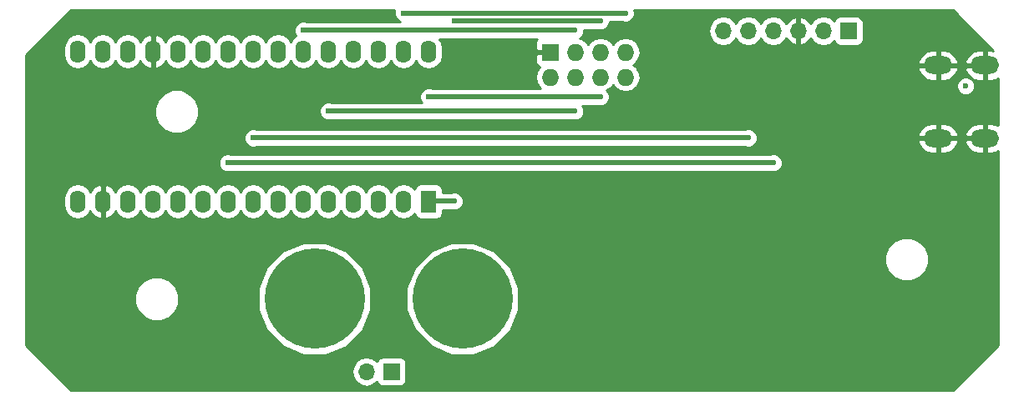
<source format=gtl>
G04 #@! TF.FileFunction,Copper,L1,Top,Signal*
%FSLAX46Y46*%
G04 Gerber Fmt 4.6, Leading zero omitted, Abs format (unit mm)*
G04 Created by KiCad (PCBNEW 4.0.7) date 12/17/17 18:45:42*
%MOMM*%
%LPD*%
G01*
G04 APERTURE LIST*
%ADD10C,0.100000*%
%ADD11O,1.727200X1.727200*%
%ADD12R,1.727200X1.727200*%
%ADD13R,1.700000X1.700000*%
%ADD14O,1.700000X1.700000*%
%ADD15O,2.900000X1.800000*%
%ADD16R,1.574800X2.286000*%
%ADD17O,1.574800X2.286000*%
%ADD18C,10.160000*%
%ADD19C,0.600000*%
%ADD20C,0.500000*%
%ADD21C,0.254000*%
G04 APERTURE END LIST*
D10*
D11*
X111500000Y-54960000D03*
X111500000Y-57500000D03*
X108960000Y-54960000D03*
X108960000Y-57500000D03*
X106420000Y-54960000D03*
X106420000Y-57500000D03*
D12*
X103880000Y-54960000D03*
D11*
X103880000Y-57500000D03*
D13*
X134120000Y-52800000D03*
D14*
X131580000Y-52800000D03*
X129040000Y-52800000D03*
X126500000Y-52800000D03*
X123960000Y-52800000D03*
X121420000Y-52800000D03*
D15*
X143200000Y-56300000D03*
X143200000Y-63700000D03*
X147950000Y-63700000D03*
X147950000Y-56300000D03*
D16*
X91550000Y-70120000D03*
D17*
X89010000Y-70120000D03*
X86470000Y-70120000D03*
X83930000Y-70120000D03*
X81390000Y-70120000D03*
X78850000Y-70120000D03*
X76310000Y-70120000D03*
X73770000Y-70120000D03*
X71230000Y-70120000D03*
X68690000Y-70120000D03*
X66150000Y-70120000D03*
X63610000Y-70120000D03*
X61070000Y-70120000D03*
X58530000Y-70120000D03*
X55990000Y-70120000D03*
X55990000Y-54880000D03*
X58530000Y-54880000D03*
X61070000Y-54880000D03*
X63610000Y-54880000D03*
X66150000Y-54880000D03*
X68690000Y-54880000D03*
X71230000Y-54880000D03*
X73770000Y-54880000D03*
X76310000Y-54880000D03*
X78850000Y-54880000D03*
X81390000Y-54880000D03*
X83930000Y-54880000D03*
X86470000Y-54880000D03*
X89010000Y-54880000D03*
X91550000Y-54880000D03*
D18*
X95000000Y-80000000D03*
X80000000Y-80000000D03*
D13*
X87800000Y-87400000D03*
D14*
X85260000Y-87400000D03*
D19*
X146000000Y-61600000D03*
X143200000Y-63700000D03*
X89000000Y-51000000D03*
X111500000Y-51000000D03*
X94150000Y-51800000D03*
X108950000Y-51800000D03*
X94175000Y-70100000D03*
X91575000Y-59475000D03*
X108950000Y-59500000D03*
X106400000Y-52750000D03*
X78850000Y-52750000D03*
X81400000Y-60950000D03*
X106400000Y-60950000D03*
X71200000Y-66200000D03*
X126500000Y-66200000D03*
X123950000Y-63675000D03*
X73800000Y-63675000D03*
X146000000Y-58400000D03*
D20*
X111500000Y-51000000D02*
X89000000Y-51000000D01*
X89010000Y-54524400D02*
X89010000Y-54880000D01*
X108950000Y-51800000D02*
X94150000Y-51800000D01*
X94175000Y-70100000D02*
X91570000Y-70100000D01*
X91570000Y-70100000D02*
X91550000Y-70120000D01*
X108950000Y-59500000D02*
X91600000Y-59500000D01*
X91600000Y-59500000D02*
X91575000Y-59475000D01*
X106400000Y-52750000D02*
X105975736Y-52750000D01*
X105975736Y-52750000D02*
X78850000Y-52750000D01*
X106400000Y-60950000D02*
X81400000Y-60950000D01*
X126500000Y-66200000D02*
X71200000Y-66200000D01*
X123950000Y-63675000D02*
X73800000Y-63675000D01*
D21*
G36*
X88065162Y-50813201D02*
X88064838Y-51185167D01*
X88206883Y-51528943D01*
X88469673Y-51792192D01*
X88645013Y-51865000D01*
X79156822Y-51865000D01*
X79036799Y-51815162D01*
X78664833Y-51814838D01*
X78321057Y-51956883D01*
X78057808Y-52219673D01*
X77915162Y-52563201D01*
X77914838Y-52935167D01*
X78056883Y-53278943D01*
X78094449Y-53316575D01*
X77844211Y-53483778D01*
X77580000Y-53879199D01*
X77315789Y-53483778D01*
X76854329Y-53175441D01*
X76310000Y-53067167D01*
X75765671Y-53175441D01*
X75304211Y-53483778D01*
X75040000Y-53879199D01*
X74775789Y-53483778D01*
X74314329Y-53175441D01*
X73770000Y-53067167D01*
X73225671Y-53175441D01*
X72764211Y-53483778D01*
X72500000Y-53879199D01*
X72235789Y-53483778D01*
X71774329Y-53175441D01*
X71230000Y-53067167D01*
X70685671Y-53175441D01*
X70224211Y-53483778D01*
X69960000Y-53879199D01*
X69695789Y-53483778D01*
X69234329Y-53175441D01*
X68690000Y-53067167D01*
X68145671Y-53175441D01*
X67684211Y-53483778D01*
X67420000Y-53879199D01*
X67155789Y-53483778D01*
X66694329Y-53175441D01*
X66150000Y-53067167D01*
X65605671Y-53175441D01*
X65144211Y-53483778D01*
X64880246Y-53878830D01*
X64875525Y-53862738D01*
X64525986Y-53428809D01*
X64036996Y-53161673D01*
X63957060Y-53144990D01*
X63737000Y-53267148D01*
X63737000Y-54753000D01*
X63757000Y-54753000D01*
X63757000Y-55007000D01*
X63737000Y-55007000D01*
X63737000Y-56492852D01*
X63957060Y-56615010D01*
X64036996Y-56598327D01*
X64525986Y-56331191D01*
X64875525Y-55897262D01*
X64880246Y-55881170D01*
X65144211Y-56276222D01*
X65605671Y-56584559D01*
X66150000Y-56692833D01*
X66694329Y-56584559D01*
X67155789Y-56276222D01*
X67420000Y-55880801D01*
X67684211Y-56276222D01*
X68145671Y-56584559D01*
X68690000Y-56692833D01*
X69234329Y-56584559D01*
X69695789Y-56276222D01*
X69960000Y-55880801D01*
X70224211Y-56276222D01*
X70685671Y-56584559D01*
X71230000Y-56692833D01*
X71774329Y-56584559D01*
X72235789Y-56276222D01*
X72500000Y-55880801D01*
X72764211Y-56276222D01*
X73225671Y-56584559D01*
X73770000Y-56692833D01*
X74314329Y-56584559D01*
X74775789Y-56276222D01*
X75040000Y-55880801D01*
X75304211Y-56276222D01*
X75765671Y-56584559D01*
X76310000Y-56692833D01*
X76854329Y-56584559D01*
X77315789Y-56276222D01*
X77580000Y-55880801D01*
X77844211Y-56276222D01*
X78305671Y-56584559D01*
X78850000Y-56692833D01*
X79394329Y-56584559D01*
X79855789Y-56276222D01*
X80120000Y-55880801D01*
X80384211Y-56276222D01*
X80845671Y-56584559D01*
X81390000Y-56692833D01*
X81934329Y-56584559D01*
X82395789Y-56276222D01*
X82660000Y-55880801D01*
X82924211Y-56276222D01*
X83385671Y-56584559D01*
X83930000Y-56692833D01*
X84474329Y-56584559D01*
X84935789Y-56276222D01*
X85200000Y-55880801D01*
X85464211Y-56276222D01*
X85925671Y-56584559D01*
X86470000Y-56692833D01*
X87014329Y-56584559D01*
X87475789Y-56276222D01*
X87740000Y-55880801D01*
X88004211Y-56276222D01*
X88465671Y-56584559D01*
X89010000Y-56692833D01*
X89554329Y-56584559D01*
X90015789Y-56276222D01*
X90280000Y-55880801D01*
X90544211Y-56276222D01*
X91005671Y-56584559D01*
X91550000Y-56692833D01*
X92094329Y-56584559D01*
X92555789Y-56276222D01*
X92864126Y-55814762D01*
X92972400Y-55270433D01*
X92972400Y-54489567D01*
X92864126Y-53945238D01*
X92656832Y-53635000D01*
X102579775Y-53635000D01*
X102478073Y-53736701D01*
X102381400Y-53970090D01*
X102381400Y-54674250D01*
X102540150Y-54833000D01*
X103753000Y-54833000D01*
X103753000Y-54813000D01*
X104007000Y-54813000D01*
X104007000Y-54833000D01*
X104027000Y-54833000D01*
X104027000Y-55087000D01*
X104007000Y-55087000D01*
X104007000Y-55107000D01*
X103753000Y-55107000D01*
X103753000Y-55087000D01*
X102540150Y-55087000D01*
X102381400Y-55245750D01*
X102381400Y-55949910D01*
X102478073Y-56183299D01*
X102656702Y-56361927D01*
X102812023Y-56426263D01*
X102790971Y-56440330D01*
X102466115Y-56926511D01*
X102352041Y-57500000D01*
X102466115Y-58073489D01*
X102790971Y-58559670D01*
X102873778Y-58615000D01*
X91942028Y-58615000D01*
X91761799Y-58540162D01*
X91389833Y-58539838D01*
X91046057Y-58681883D01*
X90782808Y-58944673D01*
X90640162Y-59288201D01*
X90639838Y-59660167D01*
X90781883Y-60003943D01*
X90842834Y-60065000D01*
X81706822Y-60065000D01*
X81586799Y-60015162D01*
X81214833Y-60014838D01*
X80871057Y-60156883D01*
X80607808Y-60419673D01*
X80465162Y-60763201D01*
X80464838Y-61135167D01*
X80606883Y-61478943D01*
X80869673Y-61742192D01*
X81213201Y-61884838D01*
X81585167Y-61885162D01*
X81706569Y-61835000D01*
X106093178Y-61835000D01*
X106213201Y-61884838D01*
X106585167Y-61885162D01*
X106928943Y-61743117D01*
X107192192Y-61480327D01*
X107334838Y-61136799D01*
X107335162Y-60764833D01*
X107193117Y-60421057D01*
X107157123Y-60385000D01*
X108643178Y-60385000D01*
X108763201Y-60434838D01*
X109135167Y-60435162D01*
X109478943Y-60293117D01*
X109742192Y-60030327D01*
X109884838Y-59686799D01*
X109885162Y-59314833D01*
X109743117Y-58971057D01*
X109619170Y-58846893D01*
X110049029Y-58559670D01*
X110230000Y-58288828D01*
X110410971Y-58559670D01*
X110897152Y-58884526D01*
X111470641Y-58998600D01*
X111529359Y-58998600D01*
X112102848Y-58884526D01*
X112550870Y-58585167D01*
X145064838Y-58585167D01*
X145206883Y-58928943D01*
X145469673Y-59192192D01*
X145813201Y-59334838D01*
X146185167Y-59335162D01*
X146528943Y-59193117D01*
X146792192Y-58930327D01*
X146934838Y-58586799D01*
X146935162Y-58214833D01*
X146793117Y-57871057D01*
X146530327Y-57607808D01*
X146186799Y-57465162D01*
X145814833Y-57464838D01*
X145471057Y-57606883D01*
X145207808Y-57869673D01*
X145065162Y-58213201D01*
X145064838Y-58585167D01*
X112550870Y-58585167D01*
X112589029Y-58559670D01*
X112913885Y-58073489D01*
X113027959Y-57500000D01*
X112913885Y-56926511D01*
X112738976Y-56664740D01*
X141158964Y-56664740D01*
X141183244Y-56770086D01*
X141474788Y-57295606D01*
X141945248Y-57669554D01*
X142523000Y-57835000D01*
X143073000Y-57835000D01*
X143073000Y-56427000D01*
X143327000Y-56427000D01*
X143327000Y-57835000D01*
X143877000Y-57835000D01*
X144454752Y-57669554D01*
X144925212Y-57295606D01*
X145216756Y-56770086D01*
X145241036Y-56664740D01*
X145908964Y-56664740D01*
X145933244Y-56770086D01*
X146224788Y-57295606D01*
X146695248Y-57669554D01*
X147273000Y-57835000D01*
X147823000Y-57835000D01*
X147823000Y-56427000D01*
X146029622Y-56427000D01*
X145908964Y-56664740D01*
X145241036Y-56664740D01*
X145120378Y-56427000D01*
X143327000Y-56427000D01*
X143073000Y-56427000D01*
X141279622Y-56427000D01*
X141158964Y-56664740D01*
X112738976Y-56664740D01*
X112589029Y-56440330D01*
X112274248Y-56230000D01*
X112589029Y-56019670D01*
X112645430Y-55935260D01*
X141158964Y-55935260D01*
X141279622Y-56173000D01*
X143073000Y-56173000D01*
X143073000Y-54765000D01*
X143327000Y-54765000D01*
X143327000Y-56173000D01*
X145120378Y-56173000D01*
X145241036Y-55935260D01*
X145908964Y-55935260D01*
X146029622Y-56173000D01*
X147823000Y-56173000D01*
X147823000Y-54765000D01*
X147273000Y-54765000D01*
X146695248Y-54930446D01*
X146224788Y-55304394D01*
X145933244Y-55829914D01*
X145908964Y-55935260D01*
X145241036Y-55935260D01*
X145216756Y-55829914D01*
X144925212Y-55304394D01*
X144454752Y-54930446D01*
X143877000Y-54765000D01*
X143327000Y-54765000D01*
X143073000Y-54765000D01*
X142523000Y-54765000D01*
X141945248Y-54930446D01*
X141474788Y-55304394D01*
X141183244Y-55829914D01*
X141158964Y-55935260D01*
X112645430Y-55935260D01*
X112913885Y-55533489D01*
X113027959Y-54960000D01*
X112913885Y-54386511D01*
X112589029Y-53900330D01*
X112102848Y-53575474D01*
X111529359Y-53461400D01*
X111470641Y-53461400D01*
X110897152Y-53575474D01*
X110410971Y-53900330D01*
X110230000Y-54171172D01*
X110049029Y-53900330D01*
X109562848Y-53575474D01*
X108989359Y-53461400D01*
X108930641Y-53461400D01*
X108357152Y-53575474D01*
X107870971Y-53900330D01*
X107690000Y-54171172D01*
X107509029Y-53900330D01*
X107022848Y-53575474D01*
X106906597Y-53552350D01*
X106928943Y-53543117D01*
X107192192Y-53280327D01*
X107334838Y-52936799D01*
X107334982Y-52770907D01*
X119935000Y-52770907D01*
X119935000Y-52829093D01*
X120048039Y-53397378D01*
X120369946Y-53879147D01*
X120851715Y-54201054D01*
X121420000Y-54314093D01*
X121988285Y-54201054D01*
X122470054Y-53879147D01*
X122690000Y-53549974D01*
X122909946Y-53879147D01*
X123391715Y-54201054D01*
X123960000Y-54314093D01*
X124528285Y-54201054D01*
X125010054Y-53879147D01*
X125230000Y-53549974D01*
X125449946Y-53879147D01*
X125931715Y-54201054D01*
X126500000Y-54314093D01*
X127068285Y-54201054D01*
X127550054Y-53879147D01*
X127777702Y-53538447D01*
X127844817Y-53681358D01*
X128273076Y-54071645D01*
X128683110Y-54241476D01*
X128913000Y-54120155D01*
X128913000Y-52927000D01*
X128893000Y-52927000D01*
X128893000Y-52673000D01*
X128913000Y-52673000D01*
X128913000Y-51479845D01*
X129167000Y-51479845D01*
X129167000Y-52673000D01*
X129187000Y-52673000D01*
X129187000Y-52927000D01*
X129167000Y-52927000D01*
X129167000Y-54120155D01*
X129396890Y-54241476D01*
X129806924Y-54071645D01*
X130235183Y-53681358D01*
X130302298Y-53538447D01*
X130529946Y-53879147D01*
X131011715Y-54201054D01*
X131580000Y-54314093D01*
X132148285Y-54201054D01*
X132630054Y-53879147D01*
X132657850Y-53837548D01*
X132666838Y-53885317D01*
X132805910Y-54101441D01*
X133018110Y-54246431D01*
X133270000Y-54297440D01*
X134970000Y-54297440D01*
X135205317Y-54253162D01*
X135421441Y-54114090D01*
X135566431Y-53901890D01*
X135617440Y-53650000D01*
X135617440Y-51950000D01*
X135573162Y-51714683D01*
X135434090Y-51498559D01*
X135221890Y-51353569D01*
X134970000Y-51302560D01*
X133270000Y-51302560D01*
X133034683Y-51346838D01*
X132818559Y-51485910D01*
X132673569Y-51698110D01*
X132659914Y-51765541D01*
X132630054Y-51720853D01*
X132148285Y-51398946D01*
X131580000Y-51285907D01*
X131011715Y-51398946D01*
X130529946Y-51720853D01*
X130302298Y-52061553D01*
X130235183Y-51918642D01*
X129806924Y-51528355D01*
X129396890Y-51358524D01*
X129167000Y-51479845D01*
X128913000Y-51479845D01*
X128683110Y-51358524D01*
X128273076Y-51528355D01*
X127844817Y-51918642D01*
X127777702Y-52061553D01*
X127550054Y-51720853D01*
X127068285Y-51398946D01*
X126500000Y-51285907D01*
X125931715Y-51398946D01*
X125449946Y-51720853D01*
X125230000Y-52050026D01*
X125010054Y-51720853D01*
X124528285Y-51398946D01*
X123960000Y-51285907D01*
X123391715Y-51398946D01*
X122909946Y-51720853D01*
X122690000Y-52050026D01*
X122470054Y-51720853D01*
X121988285Y-51398946D01*
X121420000Y-51285907D01*
X120851715Y-51398946D01*
X120369946Y-51720853D01*
X120048039Y-52202622D01*
X119935000Y-52770907D01*
X107334982Y-52770907D01*
X107335057Y-52685000D01*
X108643178Y-52685000D01*
X108763201Y-52734838D01*
X109135167Y-52735162D01*
X109478943Y-52593117D01*
X109742192Y-52330327D01*
X109884838Y-51986799D01*
X109884927Y-51885000D01*
X111193178Y-51885000D01*
X111313201Y-51934838D01*
X111685167Y-51935162D01*
X112028943Y-51793117D01*
X112292192Y-51530327D01*
X112434838Y-51186799D01*
X112435162Y-50814833D01*
X112391846Y-50710000D01*
X144705908Y-50710000D01*
X148814641Y-54818733D01*
X148627000Y-54765000D01*
X148077000Y-54765000D01*
X148077000Y-56173000D01*
X148097000Y-56173000D01*
X148097000Y-56427000D01*
X148077000Y-56427000D01*
X148077000Y-57835000D01*
X148627000Y-57835000D01*
X149204752Y-57669554D01*
X149290000Y-57601794D01*
X149290000Y-62398206D01*
X149204752Y-62330446D01*
X148627000Y-62165000D01*
X148077000Y-62165000D01*
X148077000Y-63573000D01*
X148097000Y-63573000D01*
X148097000Y-63827000D01*
X148077000Y-63827000D01*
X148077000Y-65235000D01*
X148627000Y-65235000D01*
X149204752Y-65069554D01*
X149290000Y-65001794D01*
X149290000Y-84705908D01*
X144705908Y-89290000D01*
X55294092Y-89290000D01*
X53374999Y-87370907D01*
X83775000Y-87370907D01*
X83775000Y-87429093D01*
X83888039Y-87997378D01*
X84209946Y-88479147D01*
X84691715Y-88801054D01*
X85260000Y-88914093D01*
X85828285Y-88801054D01*
X86310054Y-88479147D01*
X86337850Y-88437548D01*
X86346838Y-88485317D01*
X86485910Y-88701441D01*
X86698110Y-88846431D01*
X86950000Y-88897440D01*
X88650000Y-88897440D01*
X88885317Y-88853162D01*
X89101441Y-88714090D01*
X89246431Y-88501890D01*
X89297440Y-88250000D01*
X89297440Y-86550000D01*
X89253162Y-86314683D01*
X89114090Y-86098559D01*
X88901890Y-85953569D01*
X88650000Y-85902560D01*
X86950000Y-85902560D01*
X86714683Y-85946838D01*
X86498559Y-86085910D01*
X86353569Y-86298110D01*
X86339914Y-86365541D01*
X86310054Y-86320853D01*
X85828285Y-85998946D01*
X85260000Y-85885907D01*
X84691715Y-85998946D01*
X84209946Y-86320853D01*
X83888039Y-86802622D01*
X83775000Y-87370907D01*
X53374999Y-87370907D01*
X50710000Y-84705908D01*
X50710000Y-80442619D01*
X61764613Y-80442619D01*
X62104155Y-81264372D01*
X62732321Y-81893636D01*
X63553481Y-82234611D01*
X64442619Y-82235387D01*
X65264372Y-81895845D01*
X65893636Y-81267679D01*
X65950059Y-81131796D01*
X74284011Y-81131796D01*
X75152234Y-83233058D01*
X76758486Y-84842116D01*
X78858229Y-85714005D01*
X81131796Y-85715989D01*
X83233058Y-84847766D01*
X84842116Y-83241514D01*
X85714005Y-81141771D01*
X85714013Y-81131796D01*
X89284011Y-81131796D01*
X90152234Y-83233058D01*
X91758486Y-84842116D01*
X93858229Y-85714005D01*
X96131796Y-85715989D01*
X98233058Y-84847766D01*
X99842116Y-83241514D01*
X100714005Y-81141771D01*
X100715989Y-78868204D01*
X99847766Y-76766942D01*
X99524009Y-76442619D01*
X137764613Y-76442619D01*
X138104155Y-77264372D01*
X138732321Y-77893636D01*
X139553481Y-78234611D01*
X140442619Y-78235387D01*
X141264372Y-77895845D01*
X141893636Y-77267679D01*
X142234611Y-76446519D01*
X142235387Y-75557381D01*
X141895845Y-74735628D01*
X141267679Y-74106364D01*
X140446519Y-73765389D01*
X139557381Y-73764613D01*
X138735628Y-74104155D01*
X138106364Y-74732321D01*
X137765389Y-75553481D01*
X137764613Y-76442619D01*
X99524009Y-76442619D01*
X98241514Y-75157884D01*
X96141771Y-74285995D01*
X93868204Y-74284011D01*
X91766942Y-75152234D01*
X90157884Y-76758486D01*
X89285995Y-78858229D01*
X89284011Y-81131796D01*
X85714013Y-81131796D01*
X85715989Y-78868204D01*
X84847766Y-76766942D01*
X83241514Y-75157884D01*
X81141771Y-74285995D01*
X78868204Y-74284011D01*
X76766942Y-75152234D01*
X75157884Y-76758486D01*
X74285995Y-78858229D01*
X74284011Y-81131796D01*
X65950059Y-81131796D01*
X66234611Y-80446519D01*
X66235387Y-79557381D01*
X65895845Y-78735628D01*
X65267679Y-78106364D01*
X64446519Y-77765389D01*
X63557381Y-77764613D01*
X62735628Y-78104155D01*
X62106364Y-78732321D01*
X61765389Y-79553481D01*
X61764613Y-80442619D01*
X50710000Y-80442619D01*
X50710000Y-69729567D01*
X54567600Y-69729567D01*
X54567600Y-70510433D01*
X54675874Y-71054762D01*
X54984211Y-71516222D01*
X55445671Y-71824559D01*
X55990000Y-71932833D01*
X56534329Y-71824559D01*
X56995789Y-71516222D01*
X57259754Y-71121170D01*
X57264475Y-71137262D01*
X57614014Y-71571191D01*
X58103004Y-71838327D01*
X58182940Y-71855010D01*
X58403000Y-71732852D01*
X58403000Y-70247000D01*
X58383000Y-70247000D01*
X58383000Y-69993000D01*
X58403000Y-69993000D01*
X58403000Y-68507148D01*
X58657000Y-68507148D01*
X58657000Y-69993000D01*
X58677000Y-69993000D01*
X58677000Y-70247000D01*
X58657000Y-70247000D01*
X58657000Y-71732852D01*
X58877060Y-71855010D01*
X58956996Y-71838327D01*
X59445986Y-71571191D01*
X59795525Y-71137262D01*
X59800246Y-71121170D01*
X60064211Y-71516222D01*
X60525671Y-71824559D01*
X61070000Y-71932833D01*
X61614329Y-71824559D01*
X62075789Y-71516222D01*
X62340000Y-71120801D01*
X62604211Y-71516222D01*
X63065671Y-71824559D01*
X63610000Y-71932833D01*
X64154329Y-71824559D01*
X64615789Y-71516222D01*
X64880000Y-71120801D01*
X65144211Y-71516222D01*
X65605671Y-71824559D01*
X66150000Y-71932833D01*
X66694329Y-71824559D01*
X67155789Y-71516222D01*
X67420000Y-71120801D01*
X67684211Y-71516222D01*
X68145671Y-71824559D01*
X68690000Y-71932833D01*
X69234329Y-71824559D01*
X69695789Y-71516222D01*
X69960000Y-71120801D01*
X70224211Y-71516222D01*
X70685671Y-71824559D01*
X71230000Y-71932833D01*
X71774329Y-71824559D01*
X72235789Y-71516222D01*
X72500000Y-71120801D01*
X72764211Y-71516222D01*
X73225671Y-71824559D01*
X73770000Y-71932833D01*
X74314329Y-71824559D01*
X74775789Y-71516222D01*
X75040000Y-71120801D01*
X75304211Y-71516222D01*
X75765671Y-71824559D01*
X76310000Y-71932833D01*
X76854329Y-71824559D01*
X77315789Y-71516222D01*
X77580000Y-71120801D01*
X77844211Y-71516222D01*
X78305671Y-71824559D01*
X78850000Y-71932833D01*
X79394329Y-71824559D01*
X79855789Y-71516222D01*
X80120000Y-71120801D01*
X80384211Y-71516222D01*
X80845671Y-71824559D01*
X81390000Y-71932833D01*
X81934329Y-71824559D01*
X82395789Y-71516222D01*
X82660000Y-71120801D01*
X82924211Y-71516222D01*
X83385671Y-71824559D01*
X83930000Y-71932833D01*
X84474329Y-71824559D01*
X84935789Y-71516222D01*
X85200000Y-71120801D01*
X85464211Y-71516222D01*
X85925671Y-71824559D01*
X86470000Y-71932833D01*
X87014329Y-71824559D01*
X87475789Y-71516222D01*
X87740000Y-71120801D01*
X88004211Y-71516222D01*
X88465671Y-71824559D01*
X89010000Y-71932833D01*
X89554329Y-71824559D01*
X90015789Y-71516222D01*
X90130503Y-71344540D01*
X90159438Y-71498317D01*
X90298510Y-71714441D01*
X90510710Y-71859431D01*
X90762600Y-71910440D01*
X92337400Y-71910440D01*
X92572717Y-71866162D01*
X92788841Y-71727090D01*
X92933831Y-71514890D01*
X92984840Y-71263000D01*
X92984840Y-70985000D01*
X93868178Y-70985000D01*
X93988201Y-71034838D01*
X94360167Y-71035162D01*
X94703943Y-70893117D01*
X94967192Y-70630327D01*
X95109838Y-70286799D01*
X95110162Y-69914833D01*
X94968117Y-69571057D01*
X94705327Y-69307808D01*
X94361799Y-69165162D01*
X93989833Y-69164838D01*
X93868431Y-69215000D01*
X92984840Y-69215000D01*
X92984840Y-68977000D01*
X92940562Y-68741683D01*
X92801490Y-68525559D01*
X92589290Y-68380569D01*
X92337400Y-68329560D01*
X90762600Y-68329560D01*
X90527283Y-68373838D01*
X90311159Y-68512910D01*
X90166169Y-68725110D01*
X90131400Y-68896803D01*
X90015789Y-68723778D01*
X89554329Y-68415441D01*
X89010000Y-68307167D01*
X88465671Y-68415441D01*
X88004211Y-68723778D01*
X87740000Y-69119199D01*
X87475789Y-68723778D01*
X87014329Y-68415441D01*
X86470000Y-68307167D01*
X85925671Y-68415441D01*
X85464211Y-68723778D01*
X85200000Y-69119199D01*
X84935789Y-68723778D01*
X84474329Y-68415441D01*
X83930000Y-68307167D01*
X83385671Y-68415441D01*
X82924211Y-68723778D01*
X82660000Y-69119199D01*
X82395789Y-68723778D01*
X81934329Y-68415441D01*
X81390000Y-68307167D01*
X80845671Y-68415441D01*
X80384211Y-68723778D01*
X80120000Y-69119199D01*
X79855789Y-68723778D01*
X79394329Y-68415441D01*
X78850000Y-68307167D01*
X78305671Y-68415441D01*
X77844211Y-68723778D01*
X77580000Y-69119199D01*
X77315789Y-68723778D01*
X76854329Y-68415441D01*
X76310000Y-68307167D01*
X75765671Y-68415441D01*
X75304211Y-68723778D01*
X75040000Y-69119199D01*
X74775789Y-68723778D01*
X74314329Y-68415441D01*
X73770000Y-68307167D01*
X73225671Y-68415441D01*
X72764211Y-68723778D01*
X72500000Y-69119199D01*
X72235789Y-68723778D01*
X71774329Y-68415441D01*
X71230000Y-68307167D01*
X70685671Y-68415441D01*
X70224211Y-68723778D01*
X69960000Y-69119199D01*
X69695789Y-68723778D01*
X69234329Y-68415441D01*
X68690000Y-68307167D01*
X68145671Y-68415441D01*
X67684211Y-68723778D01*
X67420000Y-69119199D01*
X67155789Y-68723778D01*
X66694329Y-68415441D01*
X66150000Y-68307167D01*
X65605671Y-68415441D01*
X65144211Y-68723778D01*
X64880000Y-69119199D01*
X64615789Y-68723778D01*
X64154329Y-68415441D01*
X63610000Y-68307167D01*
X63065671Y-68415441D01*
X62604211Y-68723778D01*
X62340000Y-69119199D01*
X62075789Y-68723778D01*
X61614329Y-68415441D01*
X61070000Y-68307167D01*
X60525671Y-68415441D01*
X60064211Y-68723778D01*
X59800246Y-69118830D01*
X59795525Y-69102738D01*
X59445986Y-68668809D01*
X58956996Y-68401673D01*
X58877060Y-68384990D01*
X58657000Y-68507148D01*
X58403000Y-68507148D01*
X58182940Y-68384990D01*
X58103004Y-68401673D01*
X57614014Y-68668809D01*
X57264475Y-69102738D01*
X57259754Y-69118830D01*
X56995789Y-68723778D01*
X56534329Y-68415441D01*
X55990000Y-68307167D01*
X55445671Y-68415441D01*
X54984211Y-68723778D01*
X54675874Y-69185238D01*
X54567600Y-69729567D01*
X50710000Y-69729567D01*
X50710000Y-66385167D01*
X70264838Y-66385167D01*
X70406883Y-66728943D01*
X70669673Y-66992192D01*
X71013201Y-67134838D01*
X71385167Y-67135162D01*
X71506569Y-67085000D01*
X126193178Y-67085000D01*
X126313201Y-67134838D01*
X126685167Y-67135162D01*
X127028943Y-66993117D01*
X127292192Y-66730327D01*
X127434838Y-66386799D01*
X127435162Y-66014833D01*
X127293117Y-65671057D01*
X127030327Y-65407808D01*
X126686799Y-65265162D01*
X126314833Y-65264838D01*
X126193431Y-65315000D01*
X71506822Y-65315000D01*
X71386799Y-65265162D01*
X71014833Y-65264838D01*
X70671057Y-65406883D01*
X70407808Y-65669673D01*
X70265162Y-66013201D01*
X70264838Y-66385167D01*
X50710000Y-66385167D01*
X50710000Y-63860167D01*
X72864838Y-63860167D01*
X73006883Y-64203943D01*
X73269673Y-64467192D01*
X73613201Y-64609838D01*
X73985167Y-64610162D01*
X74106569Y-64560000D01*
X123643178Y-64560000D01*
X123763201Y-64609838D01*
X124135167Y-64610162D01*
X124478943Y-64468117D01*
X124742192Y-64205327D01*
X124800569Y-64064740D01*
X141158964Y-64064740D01*
X141183244Y-64170086D01*
X141474788Y-64695606D01*
X141945248Y-65069554D01*
X142523000Y-65235000D01*
X143073000Y-65235000D01*
X143073000Y-63827000D01*
X143327000Y-63827000D01*
X143327000Y-65235000D01*
X143877000Y-65235000D01*
X144454752Y-65069554D01*
X144925212Y-64695606D01*
X145216756Y-64170086D01*
X145241036Y-64064740D01*
X145908964Y-64064740D01*
X145933244Y-64170086D01*
X146224788Y-64695606D01*
X146695248Y-65069554D01*
X147273000Y-65235000D01*
X147823000Y-65235000D01*
X147823000Y-63827000D01*
X146029622Y-63827000D01*
X145908964Y-64064740D01*
X145241036Y-64064740D01*
X145120378Y-63827000D01*
X143327000Y-63827000D01*
X143073000Y-63827000D01*
X141279622Y-63827000D01*
X141158964Y-64064740D01*
X124800569Y-64064740D01*
X124884838Y-63861799D01*
X124885162Y-63489833D01*
X124821294Y-63335260D01*
X141158964Y-63335260D01*
X141279622Y-63573000D01*
X143073000Y-63573000D01*
X143073000Y-62165000D01*
X143327000Y-62165000D01*
X143327000Y-63573000D01*
X145120378Y-63573000D01*
X145241036Y-63335260D01*
X145908964Y-63335260D01*
X146029622Y-63573000D01*
X147823000Y-63573000D01*
X147823000Y-62165000D01*
X147273000Y-62165000D01*
X146695248Y-62330446D01*
X146224788Y-62704394D01*
X145933244Y-63229914D01*
X145908964Y-63335260D01*
X145241036Y-63335260D01*
X145216756Y-63229914D01*
X144925212Y-62704394D01*
X144454752Y-62330446D01*
X143877000Y-62165000D01*
X143327000Y-62165000D01*
X143073000Y-62165000D01*
X142523000Y-62165000D01*
X141945248Y-62330446D01*
X141474788Y-62704394D01*
X141183244Y-63229914D01*
X141158964Y-63335260D01*
X124821294Y-63335260D01*
X124743117Y-63146057D01*
X124480327Y-62882808D01*
X124136799Y-62740162D01*
X123764833Y-62739838D01*
X123643431Y-62790000D01*
X74106822Y-62790000D01*
X73986799Y-62740162D01*
X73614833Y-62739838D01*
X73271057Y-62881883D01*
X73007808Y-63144673D01*
X72865162Y-63488201D01*
X72864838Y-63860167D01*
X50710000Y-63860167D01*
X50710000Y-61442619D01*
X63764613Y-61442619D01*
X64104155Y-62264372D01*
X64732321Y-62893636D01*
X65553481Y-63234611D01*
X66442619Y-63235387D01*
X67264372Y-62895845D01*
X67893636Y-62267679D01*
X68234611Y-61446519D01*
X68235387Y-60557381D01*
X67895845Y-59735628D01*
X67267679Y-59106364D01*
X66446519Y-58765389D01*
X65557381Y-58764613D01*
X64735628Y-59104155D01*
X64106364Y-59732321D01*
X63765389Y-60553481D01*
X63764613Y-61442619D01*
X50710000Y-61442619D01*
X50710000Y-55294092D01*
X51514525Y-54489567D01*
X54567600Y-54489567D01*
X54567600Y-55270433D01*
X54675874Y-55814762D01*
X54984211Y-56276222D01*
X55445671Y-56584559D01*
X55990000Y-56692833D01*
X56534329Y-56584559D01*
X56995789Y-56276222D01*
X57260000Y-55880801D01*
X57524211Y-56276222D01*
X57985671Y-56584559D01*
X58530000Y-56692833D01*
X59074329Y-56584559D01*
X59535789Y-56276222D01*
X59800000Y-55880801D01*
X60064211Y-56276222D01*
X60525671Y-56584559D01*
X61070000Y-56692833D01*
X61614329Y-56584559D01*
X62075789Y-56276222D01*
X62339754Y-55881170D01*
X62344475Y-55897262D01*
X62694014Y-56331191D01*
X63183004Y-56598327D01*
X63262940Y-56615010D01*
X63483000Y-56492852D01*
X63483000Y-55007000D01*
X63463000Y-55007000D01*
X63463000Y-54753000D01*
X63483000Y-54753000D01*
X63483000Y-53267148D01*
X63262940Y-53144990D01*
X63183004Y-53161673D01*
X62694014Y-53428809D01*
X62344475Y-53862738D01*
X62339754Y-53878830D01*
X62075789Y-53483778D01*
X61614329Y-53175441D01*
X61070000Y-53067167D01*
X60525671Y-53175441D01*
X60064211Y-53483778D01*
X59800000Y-53879199D01*
X59535789Y-53483778D01*
X59074329Y-53175441D01*
X58530000Y-53067167D01*
X57985671Y-53175441D01*
X57524211Y-53483778D01*
X57260000Y-53879199D01*
X56995789Y-53483778D01*
X56534329Y-53175441D01*
X55990000Y-53067167D01*
X55445671Y-53175441D01*
X54984211Y-53483778D01*
X54675874Y-53945238D01*
X54567600Y-54489567D01*
X51514525Y-54489567D01*
X55294092Y-50710000D01*
X88108015Y-50710000D01*
X88065162Y-50813201D01*
X88065162Y-50813201D01*
G37*
X88065162Y-50813201D02*
X88064838Y-51185167D01*
X88206883Y-51528943D01*
X88469673Y-51792192D01*
X88645013Y-51865000D01*
X79156822Y-51865000D01*
X79036799Y-51815162D01*
X78664833Y-51814838D01*
X78321057Y-51956883D01*
X78057808Y-52219673D01*
X77915162Y-52563201D01*
X77914838Y-52935167D01*
X78056883Y-53278943D01*
X78094449Y-53316575D01*
X77844211Y-53483778D01*
X77580000Y-53879199D01*
X77315789Y-53483778D01*
X76854329Y-53175441D01*
X76310000Y-53067167D01*
X75765671Y-53175441D01*
X75304211Y-53483778D01*
X75040000Y-53879199D01*
X74775789Y-53483778D01*
X74314329Y-53175441D01*
X73770000Y-53067167D01*
X73225671Y-53175441D01*
X72764211Y-53483778D01*
X72500000Y-53879199D01*
X72235789Y-53483778D01*
X71774329Y-53175441D01*
X71230000Y-53067167D01*
X70685671Y-53175441D01*
X70224211Y-53483778D01*
X69960000Y-53879199D01*
X69695789Y-53483778D01*
X69234329Y-53175441D01*
X68690000Y-53067167D01*
X68145671Y-53175441D01*
X67684211Y-53483778D01*
X67420000Y-53879199D01*
X67155789Y-53483778D01*
X66694329Y-53175441D01*
X66150000Y-53067167D01*
X65605671Y-53175441D01*
X65144211Y-53483778D01*
X64880246Y-53878830D01*
X64875525Y-53862738D01*
X64525986Y-53428809D01*
X64036996Y-53161673D01*
X63957060Y-53144990D01*
X63737000Y-53267148D01*
X63737000Y-54753000D01*
X63757000Y-54753000D01*
X63757000Y-55007000D01*
X63737000Y-55007000D01*
X63737000Y-56492852D01*
X63957060Y-56615010D01*
X64036996Y-56598327D01*
X64525986Y-56331191D01*
X64875525Y-55897262D01*
X64880246Y-55881170D01*
X65144211Y-56276222D01*
X65605671Y-56584559D01*
X66150000Y-56692833D01*
X66694329Y-56584559D01*
X67155789Y-56276222D01*
X67420000Y-55880801D01*
X67684211Y-56276222D01*
X68145671Y-56584559D01*
X68690000Y-56692833D01*
X69234329Y-56584559D01*
X69695789Y-56276222D01*
X69960000Y-55880801D01*
X70224211Y-56276222D01*
X70685671Y-56584559D01*
X71230000Y-56692833D01*
X71774329Y-56584559D01*
X72235789Y-56276222D01*
X72500000Y-55880801D01*
X72764211Y-56276222D01*
X73225671Y-56584559D01*
X73770000Y-56692833D01*
X74314329Y-56584559D01*
X74775789Y-56276222D01*
X75040000Y-55880801D01*
X75304211Y-56276222D01*
X75765671Y-56584559D01*
X76310000Y-56692833D01*
X76854329Y-56584559D01*
X77315789Y-56276222D01*
X77580000Y-55880801D01*
X77844211Y-56276222D01*
X78305671Y-56584559D01*
X78850000Y-56692833D01*
X79394329Y-56584559D01*
X79855789Y-56276222D01*
X80120000Y-55880801D01*
X80384211Y-56276222D01*
X80845671Y-56584559D01*
X81390000Y-56692833D01*
X81934329Y-56584559D01*
X82395789Y-56276222D01*
X82660000Y-55880801D01*
X82924211Y-56276222D01*
X83385671Y-56584559D01*
X83930000Y-56692833D01*
X84474329Y-56584559D01*
X84935789Y-56276222D01*
X85200000Y-55880801D01*
X85464211Y-56276222D01*
X85925671Y-56584559D01*
X86470000Y-56692833D01*
X87014329Y-56584559D01*
X87475789Y-56276222D01*
X87740000Y-55880801D01*
X88004211Y-56276222D01*
X88465671Y-56584559D01*
X89010000Y-56692833D01*
X89554329Y-56584559D01*
X90015789Y-56276222D01*
X90280000Y-55880801D01*
X90544211Y-56276222D01*
X91005671Y-56584559D01*
X91550000Y-56692833D01*
X92094329Y-56584559D01*
X92555789Y-56276222D01*
X92864126Y-55814762D01*
X92972400Y-55270433D01*
X92972400Y-54489567D01*
X92864126Y-53945238D01*
X92656832Y-53635000D01*
X102579775Y-53635000D01*
X102478073Y-53736701D01*
X102381400Y-53970090D01*
X102381400Y-54674250D01*
X102540150Y-54833000D01*
X103753000Y-54833000D01*
X103753000Y-54813000D01*
X104007000Y-54813000D01*
X104007000Y-54833000D01*
X104027000Y-54833000D01*
X104027000Y-55087000D01*
X104007000Y-55087000D01*
X104007000Y-55107000D01*
X103753000Y-55107000D01*
X103753000Y-55087000D01*
X102540150Y-55087000D01*
X102381400Y-55245750D01*
X102381400Y-55949910D01*
X102478073Y-56183299D01*
X102656702Y-56361927D01*
X102812023Y-56426263D01*
X102790971Y-56440330D01*
X102466115Y-56926511D01*
X102352041Y-57500000D01*
X102466115Y-58073489D01*
X102790971Y-58559670D01*
X102873778Y-58615000D01*
X91942028Y-58615000D01*
X91761799Y-58540162D01*
X91389833Y-58539838D01*
X91046057Y-58681883D01*
X90782808Y-58944673D01*
X90640162Y-59288201D01*
X90639838Y-59660167D01*
X90781883Y-60003943D01*
X90842834Y-60065000D01*
X81706822Y-60065000D01*
X81586799Y-60015162D01*
X81214833Y-60014838D01*
X80871057Y-60156883D01*
X80607808Y-60419673D01*
X80465162Y-60763201D01*
X80464838Y-61135167D01*
X80606883Y-61478943D01*
X80869673Y-61742192D01*
X81213201Y-61884838D01*
X81585167Y-61885162D01*
X81706569Y-61835000D01*
X106093178Y-61835000D01*
X106213201Y-61884838D01*
X106585167Y-61885162D01*
X106928943Y-61743117D01*
X107192192Y-61480327D01*
X107334838Y-61136799D01*
X107335162Y-60764833D01*
X107193117Y-60421057D01*
X107157123Y-60385000D01*
X108643178Y-60385000D01*
X108763201Y-60434838D01*
X109135167Y-60435162D01*
X109478943Y-60293117D01*
X109742192Y-60030327D01*
X109884838Y-59686799D01*
X109885162Y-59314833D01*
X109743117Y-58971057D01*
X109619170Y-58846893D01*
X110049029Y-58559670D01*
X110230000Y-58288828D01*
X110410971Y-58559670D01*
X110897152Y-58884526D01*
X111470641Y-58998600D01*
X111529359Y-58998600D01*
X112102848Y-58884526D01*
X112550870Y-58585167D01*
X145064838Y-58585167D01*
X145206883Y-58928943D01*
X145469673Y-59192192D01*
X145813201Y-59334838D01*
X146185167Y-59335162D01*
X146528943Y-59193117D01*
X146792192Y-58930327D01*
X146934838Y-58586799D01*
X146935162Y-58214833D01*
X146793117Y-57871057D01*
X146530327Y-57607808D01*
X146186799Y-57465162D01*
X145814833Y-57464838D01*
X145471057Y-57606883D01*
X145207808Y-57869673D01*
X145065162Y-58213201D01*
X145064838Y-58585167D01*
X112550870Y-58585167D01*
X112589029Y-58559670D01*
X112913885Y-58073489D01*
X113027959Y-57500000D01*
X112913885Y-56926511D01*
X112738976Y-56664740D01*
X141158964Y-56664740D01*
X141183244Y-56770086D01*
X141474788Y-57295606D01*
X141945248Y-57669554D01*
X142523000Y-57835000D01*
X143073000Y-57835000D01*
X143073000Y-56427000D01*
X143327000Y-56427000D01*
X143327000Y-57835000D01*
X143877000Y-57835000D01*
X144454752Y-57669554D01*
X144925212Y-57295606D01*
X145216756Y-56770086D01*
X145241036Y-56664740D01*
X145908964Y-56664740D01*
X145933244Y-56770086D01*
X146224788Y-57295606D01*
X146695248Y-57669554D01*
X147273000Y-57835000D01*
X147823000Y-57835000D01*
X147823000Y-56427000D01*
X146029622Y-56427000D01*
X145908964Y-56664740D01*
X145241036Y-56664740D01*
X145120378Y-56427000D01*
X143327000Y-56427000D01*
X143073000Y-56427000D01*
X141279622Y-56427000D01*
X141158964Y-56664740D01*
X112738976Y-56664740D01*
X112589029Y-56440330D01*
X112274248Y-56230000D01*
X112589029Y-56019670D01*
X112645430Y-55935260D01*
X141158964Y-55935260D01*
X141279622Y-56173000D01*
X143073000Y-56173000D01*
X143073000Y-54765000D01*
X143327000Y-54765000D01*
X143327000Y-56173000D01*
X145120378Y-56173000D01*
X145241036Y-55935260D01*
X145908964Y-55935260D01*
X146029622Y-56173000D01*
X147823000Y-56173000D01*
X147823000Y-54765000D01*
X147273000Y-54765000D01*
X146695248Y-54930446D01*
X146224788Y-55304394D01*
X145933244Y-55829914D01*
X145908964Y-55935260D01*
X145241036Y-55935260D01*
X145216756Y-55829914D01*
X144925212Y-55304394D01*
X144454752Y-54930446D01*
X143877000Y-54765000D01*
X143327000Y-54765000D01*
X143073000Y-54765000D01*
X142523000Y-54765000D01*
X141945248Y-54930446D01*
X141474788Y-55304394D01*
X141183244Y-55829914D01*
X141158964Y-55935260D01*
X112645430Y-55935260D01*
X112913885Y-55533489D01*
X113027959Y-54960000D01*
X112913885Y-54386511D01*
X112589029Y-53900330D01*
X112102848Y-53575474D01*
X111529359Y-53461400D01*
X111470641Y-53461400D01*
X110897152Y-53575474D01*
X110410971Y-53900330D01*
X110230000Y-54171172D01*
X110049029Y-53900330D01*
X109562848Y-53575474D01*
X108989359Y-53461400D01*
X108930641Y-53461400D01*
X108357152Y-53575474D01*
X107870971Y-53900330D01*
X107690000Y-54171172D01*
X107509029Y-53900330D01*
X107022848Y-53575474D01*
X106906597Y-53552350D01*
X106928943Y-53543117D01*
X107192192Y-53280327D01*
X107334838Y-52936799D01*
X107334982Y-52770907D01*
X119935000Y-52770907D01*
X119935000Y-52829093D01*
X120048039Y-53397378D01*
X120369946Y-53879147D01*
X120851715Y-54201054D01*
X121420000Y-54314093D01*
X121988285Y-54201054D01*
X122470054Y-53879147D01*
X122690000Y-53549974D01*
X122909946Y-53879147D01*
X123391715Y-54201054D01*
X123960000Y-54314093D01*
X124528285Y-54201054D01*
X125010054Y-53879147D01*
X125230000Y-53549974D01*
X125449946Y-53879147D01*
X125931715Y-54201054D01*
X126500000Y-54314093D01*
X127068285Y-54201054D01*
X127550054Y-53879147D01*
X127777702Y-53538447D01*
X127844817Y-53681358D01*
X128273076Y-54071645D01*
X128683110Y-54241476D01*
X128913000Y-54120155D01*
X128913000Y-52927000D01*
X128893000Y-52927000D01*
X128893000Y-52673000D01*
X128913000Y-52673000D01*
X128913000Y-51479845D01*
X129167000Y-51479845D01*
X129167000Y-52673000D01*
X129187000Y-52673000D01*
X129187000Y-52927000D01*
X129167000Y-52927000D01*
X129167000Y-54120155D01*
X129396890Y-54241476D01*
X129806924Y-54071645D01*
X130235183Y-53681358D01*
X130302298Y-53538447D01*
X130529946Y-53879147D01*
X131011715Y-54201054D01*
X131580000Y-54314093D01*
X132148285Y-54201054D01*
X132630054Y-53879147D01*
X132657850Y-53837548D01*
X132666838Y-53885317D01*
X132805910Y-54101441D01*
X133018110Y-54246431D01*
X133270000Y-54297440D01*
X134970000Y-54297440D01*
X135205317Y-54253162D01*
X135421441Y-54114090D01*
X135566431Y-53901890D01*
X135617440Y-53650000D01*
X135617440Y-51950000D01*
X135573162Y-51714683D01*
X135434090Y-51498559D01*
X135221890Y-51353569D01*
X134970000Y-51302560D01*
X133270000Y-51302560D01*
X133034683Y-51346838D01*
X132818559Y-51485910D01*
X132673569Y-51698110D01*
X132659914Y-51765541D01*
X132630054Y-51720853D01*
X132148285Y-51398946D01*
X131580000Y-51285907D01*
X131011715Y-51398946D01*
X130529946Y-51720853D01*
X130302298Y-52061553D01*
X130235183Y-51918642D01*
X129806924Y-51528355D01*
X129396890Y-51358524D01*
X129167000Y-51479845D01*
X128913000Y-51479845D01*
X128683110Y-51358524D01*
X128273076Y-51528355D01*
X127844817Y-51918642D01*
X127777702Y-52061553D01*
X127550054Y-51720853D01*
X127068285Y-51398946D01*
X126500000Y-51285907D01*
X125931715Y-51398946D01*
X125449946Y-51720853D01*
X125230000Y-52050026D01*
X125010054Y-51720853D01*
X124528285Y-51398946D01*
X123960000Y-51285907D01*
X123391715Y-51398946D01*
X122909946Y-51720853D01*
X122690000Y-52050026D01*
X122470054Y-51720853D01*
X121988285Y-51398946D01*
X121420000Y-51285907D01*
X120851715Y-51398946D01*
X120369946Y-51720853D01*
X120048039Y-52202622D01*
X119935000Y-52770907D01*
X107334982Y-52770907D01*
X107335057Y-52685000D01*
X108643178Y-52685000D01*
X108763201Y-52734838D01*
X109135167Y-52735162D01*
X109478943Y-52593117D01*
X109742192Y-52330327D01*
X109884838Y-51986799D01*
X109884927Y-51885000D01*
X111193178Y-51885000D01*
X111313201Y-51934838D01*
X111685167Y-51935162D01*
X112028943Y-51793117D01*
X112292192Y-51530327D01*
X112434838Y-51186799D01*
X112435162Y-50814833D01*
X112391846Y-50710000D01*
X144705908Y-50710000D01*
X148814641Y-54818733D01*
X148627000Y-54765000D01*
X148077000Y-54765000D01*
X148077000Y-56173000D01*
X148097000Y-56173000D01*
X148097000Y-56427000D01*
X148077000Y-56427000D01*
X148077000Y-57835000D01*
X148627000Y-57835000D01*
X149204752Y-57669554D01*
X149290000Y-57601794D01*
X149290000Y-62398206D01*
X149204752Y-62330446D01*
X148627000Y-62165000D01*
X148077000Y-62165000D01*
X148077000Y-63573000D01*
X148097000Y-63573000D01*
X148097000Y-63827000D01*
X148077000Y-63827000D01*
X148077000Y-65235000D01*
X148627000Y-65235000D01*
X149204752Y-65069554D01*
X149290000Y-65001794D01*
X149290000Y-84705908D01*
X144705908Y-89290000D01*
X55294092Y-89290000D01*
X53374999Y-87370907D01*
X83775000Y-87370907D01*
X83775000Y-87429093D01*
X83888039Y-87997378D01*
X84209946Y-88479147D01*
X84691715Y-88801054D01*
X85260000Y-88914093D01*
X85828285Y-88801054D01*
X86310054Y-88479147D01*
X86337850Y-88437548D01*
X86346838Y-88485317D01*
X86485910Y-88701441D01*
X86698110Y-88846431D01*
X86950000Y-88897440D01*
X88650000Y-88897440D01*
X88885317Y-88853162D01*
X89101441Y-88714090D01*
X89246431Y-88501890D01*
X89297440Y-88250000D01*
X89297440Y-86550000D01*
X89253162Y-86314683D01*
X89114090Y-86098559D01*
X88901890Y-85953569D01*
X88650000Y-85902560D01*
X86950000Y-85902560D01*
X86714683Y-85946838D01*
X86498559Y-86085910D01*
X86353569Y-86298110D01*
X86339914Y-86365541D01*
X86310054Y-86320853D01*
X85828285Y-85998946D01*
X85260000Y-85885907D01*
X84691715Y-85998946D01*
X84209946Y-86320853D01*
X83888039Y-86802622D01*
X83775000Y-87370907D01*
X53374999Y-87370907D01*
X50710000Y-84705908D01*
X50710000Y-80442619D01*
X61764613Y-80442619D01*
X62104155Y-81264372D01*
X62732321Y-81893636D01*
X63553481Y-82234611D01*
X64442619Y-82235387D01*
X65264372Y-81895845D01*
X65893636Y-81267679D01*
X65950059Y-81131796D01*
X74284011Y-81131796D01*
X75152234Y-83233058D01*
X76758486Y-84842116D01*
X78858229Y-85714005D01*
X81131796Y-85715989D01*
X83233058Y-84847766D01*
X84842116Y-83241514D01*
X85714005Y-81141771D01*
X85714013Y-81131796D01*
X89284011Y-81131796D01*
X90152234Y-83233058D01*
X91758486Y-84842116D01*
X93858229Y-85714005D01*
X96131796Y-85715989D01*
X98233058Y-84847766D01*
X99842116Y-83241514D01*
X100714005Y-81141771D01*
X100715989Y-78868204D01*
X99847766Y-76766942D01*
X99524009Y-76442619D01*
X137764613Y-76442619D01*
X138104155Y-77264372D01*
X138732321Y-77893636D01*
X139553481Y-78234611D01*
X140442619Y-78235387D01*
X141264372Y-77895845D01*
X141893636Y-77267679D01*
X142234611Y-76446519D01*
X142235387Y-75557381D01*
X141895845Y-74735628D01*
X141267679Y-74106364D01*
X140446519Y-73765389D01*
X139557381Y-73764613D01*
X138735628Y-74104155D01*
X138106364Y-74732321D01*
X137765389Y-75553481D01*
X137764613Y-76442619D01*
X99524009Y-76442619D01*
X98241514Y-75157884D01*
X96141771Y-74285995D01*
X93868204Y-74284011D01*
X91766942Y-75152234D01*
X90157884Y-76758486D01*
X89285995Y-78858229D01*
X89284011Y-81131796D01*
X85714013Y-81131796D01*
X85715989Y-78868204D01*
X84847766Y-76766942D01*
X83241514Y-75157884D01*
X81141771Y-74285995D01*
X78868204Y-74284011D01*
X76766942Y-75152234D01*
X75157884Y-76758486D01*
X74285995Y-78858229D01*
X74284011Y-81131796D01*
X65950059Y-81131796D01*
X66234611Y-80446519D01*
X66235387Y-79557381D01*
X65895845Y-78735628D01*
X65267679Y-78106364D01*
X64446519Y-77765389D01*
X63557381Y-77764613D01*
X62735628Y-78104155D01*
X62106364Y-78732321D01*
X61765389Y-79553481D01*
X61764613Y-80442619D01*
X50710000Y-80442619D01*
X50710000Y-69729567D01*
X54567600Y-69729567D01*
X54567600Y-70510433D01*
X54675874Y-71054762D01*
X54984211Y-71516222D01*
X55445671Y-71824559D01*
X55990000Y-71932833D01*
X56534329Y-71824559D01*
X56995789Y-71516222D01*
X57259754Y-71121170D01*
X57264475Y-71137262D01*
X57614014Y-71571191D01*
X58103004Y-71838327D01*
X58182940Y-71855010D01*
X58403000Y-71732852D01*
X58403000Y-70247000D01*
X58383000Y-70247000D01*
X58383000Y-69993000D01*
X58403000Y-69993000D01*
X58403000Y-68507148D01*
X58657000Y-68507148D01*
X58657000Y-69993000D01*
X58677000Y-69993000D01*
X58677000Y-70247000D01*
X58657000Y-70247000D01*
X58657000Y-71732852D01*
X58877060Y-71855010D01*
X58956996Y-71838327D01*
X59445986Y-71571191D01*
X59795525Y-71137262D01*
X59800246Y-71121170D01*
X60064211Y-71516222D01*
X60525671Y-71824559D01*
X61070000Y-71932833D01*
X61614329Y-71824559D01*
X62075789Y-71516222D01*
X62340000Y-71120801D01*
X62604211Y-71516222D01*
X63065671Y-71824559D01*
X63610000Y-71932833D01*
X64154329Y-71824559D01*
X64615789Y-71516222D01*
X64880000Y-71120801D01*
X65144211Y-71516222D01*
X65605671Y-71824559D01*
X66150000Y-71932833D01*
X66694329Y-71824559D01*
X67155789Y-71516222D01*
X67420000Y-71120801D01*
X67684211Y-71516222D01*
X68145671Y-71824559D01*
X68690000Y-71932833D01*
X69234329Y-71824559D01*
X69695789Y-71516222D01*
X69960000Y-71120801D01*
X70224211Y-71516222D01*
X70685671Y-71824559D01*
X71230000Y-71932833D01*
X71774329Y-71824559D01*
X72235789Y-71516222D01*
X72500000Y-71120801D01*
X72764211Y-71516222D01*
X73225671Y-71824559D01*
X73770000Y-71932833D01*
X74314329Y-71824559D01*
X74775789Y-71516222D01*
X75040000Y-71120801D01*
X75304211Y-71516222D01*
X75765671Y-71824559D01*
X76310000Y-71932833D01*
X76854329Y-71824559D01*
X77315789Y-71516222D01*
X77580000Y-71120801D01*
X77844211Y-71516222D01*
X78305671Y-71824559D01*
X78850000Y-71932833D01*
X79394329Y-71824559D01*
X79855789Y-71516222D01*
X80120000Y-71120801D01*
X80384211Y-71516222D01*
X80845671Y-71824559D01*
X81390000Y-71932833D01*
X81934329Y-71824559D01*
X82395789Y-71516222D01*
X82660000Y-71120801D01*
X82924211Y-71516222D01*
X83385671Y-71824559D01*
X83930000Y-71932833D01*
X84474329Y-71824559D01*
X84935789Y-71516222D01*
X85200000Y-71120801D01*
X85464211Y-71516222D01*
X85925671Y-71824559D01*
X86470000Y-71932833D01*
X87014329Y-71824559D01*
X87475789Y-71516222D01*
X87740000Y-71120801D01*
X88004211Y-71516222D01*
X88465671Y-71824559D01*
X89010000Y-71932833D01*
X89554329Y-71824559D01*
X90015789Y-71516222D01*
X90130503Y-71344540D01*
X90159438Y-71498317D01*
X90298510Y-71714441D01*
X90510710Y-71859431D01*
X90762600Y-71910440D01*
X92337400Y-71910440D01*
X92572717Y-71866162D01*
X92788841Y-71727090D01*
X92933831Y-71514890D01*
X92984840Y-71263000D01*
X92984840Y-70985000D01*
X93868178Y-70985000D01*
X93988201Y-71034838D01*
X94360167Y-71035162D01*
X94703943Y-70893117D01*
X94967192Y-70630327D01*
X95109838Y-70286799D01*
X95110162Y-69914833D01*
X94968117Y-69571057D01*
X94705327Y-69307808D01*
X94361799Y-69165162D01*
X93989833Y-69164838D01*
X93868431Y-69215000D01*
X92984840Y-69215000D01*
X92984840Y-68977000D01*
X92940562Y-68741683D01*
X92801490Y-68525559D01*
X92589290Y-68380569D01*
X92337400Y-68329560D01*
X90762600Y-68329560D01*
X90527283Y-68373838D01*
X90311159Y-68512910D01*
X90166169Y-68725110D01*
X90131400Y-68896803D01*
X90015789Y-68723778D01*
X89554329Y-68415441D01*
X89010000Y-68307167D01*
X88465671Y-68415441D01*
X88004211Y-68723778D01*
X87740000Y-69119199D01*
X87475789Y-68723778D01*
X87014329Y-68415441D01*
X86470000Y-68307167D01*
X85925671Y-68415441D01*
X85464211Y-68723778D01*
X85200000Y-69119199D01*
X84935789Y-68723778D01*
X84474329Y-68415441D01*
X83930000Y-68307167D01*
X83385671Y-68415441D01*
X82924211Y-68723778D01*
X82660000Y-69119199D01*
X82395789Y-68723778D01*
X81934329Y-68415441D01*
X81390000Y-68307167D01*
X80845671Y-68415441D01*
X80384211Y-68723778D01*
X80120000Y-69119199D01*
X79855789Y-68723778D01*
X79394329Y-68415441D01*
X78850000Y-68307167D01*
X78305671Y-68415441D01*
X77844211Y-68723778D01*
X77580000Y-69119199D01*
X77315789Y-68723778D01*
X76854329Y-68415441D01*
X76310000Y-68307167D01*
X75765671Y-68415441D01*
X75304211Y-68723778D01*
X75040000Y-69119199D01*
X74775789Y-68723778D01*
X74314329Y-68415441D01*
X73770000Y-68307167D01*
X73225671Y-68415441D01*
X72764211Y-68723778D01*
X72500000Y-69119199D01*
X72235789Y-68723778D01*
X71774329Y-68415441D01*
X71230000Y-68307167D01*
X70685671Y-68415441D01*
X70224211Y-68723778D01*
X69960000Y-69119199D01*
X69695789Y-68723778D01*
X69234329Y-68415441D01*
X68690000Y-68307167D01*
X68145671Y-68415441D01*
X67684211Y-68723778D01*
X67420000Y-69119199D01*
X67155789Y-68723778D01*
X66694329Y-68415441D01*
X66150000Y-68307167D01*
X65605671Y-68415441D01*
X65144211Y-68723778D01*
X64880000Y-69119199D01*
X64615789Y-68723778D01*
X64154329Y-68415441D01*
X63610000Y-68307167D01*
X63065671Y-68415441D01*
X62604211Y-68723778D01*
X62340000Y-69119199D01*
X62075789Y-68723778D01*
X61614329Y-68415441D01*
X61070000Y-68307167D01*
X60525671Y-68415441D01*
X60064211Y-68723778D01*
X59800246Y-69118830D01*
X59795525Y-69102738D01*
X59445986Y-68668809D01*
X58956996Y-68401673D01*
X58877060Y-68384990D01*
X58657000Y-68507148D01*
X58403000Y-68507148D01*
X58182940Y-68384990D01*
X58103004Y-68401673D01*
X57614014Y-68668809D01*
X57264475Y-69102738D01*
X57259754Y-69118830D01*
X56995789Y-68723778D01*
X56534329Y-68415441D01*
X55990000Y-68307167D01*
X55445671Y-68415441D01*
X54984211Y-68723778D01*
X54675874Y-69185238D01*
X54567600Y-69729567D01*
X50710000Y-69729567D01*
X50710000Y-66385167D01*
X70264838Y-66385167D01*
X70406883Y-66728943D01*
X70669673Y-66992192D01*
X71013201Y-67134838D01*
X71385167Y-67135162D01*
X71506569Y-67085000D01*
X126193178Y-67085000D01*
X126313201Y-67134838D01*
X126685167Y-67135162D01*
X127028943Y-66993117D01*
X127292192Y-66730327D01*
X127434838Y-66386799D01*
X127435162Y-66014833D01*
X127293117Y-65671057D01*
X127030327Y-65407808D01*
X126686799Y-65265162D01*
X126314833Y-65264838D01*
X126193431Y-65315000D01*
X71506822Y-65315000D01*
X71386799Y-65265162D01*
X71014833Y-65264838D01*
X70671057Y-65406883D01*
X70407808Y-65669673D01*
X70265162Y-66013201D01*
X70264838Y-66385167D01*
X50710000Y-66385167D01*
X50710000Y-63860167D01*
X72864838Y-63860167D01*
X73006883Y-64203943D01*
X73269673Y-64467192D01*
X73613201Y-64609838D01*
X73985167Y-64610162D01*
X74106569Y-64560000D01*
X123643178Y-64560000D01*
X123763201Y-64609838D01*
X124135167Y-64610162D01*
X124478943Y-64468117D01*
X124742192Y-64205327D01*
X124800569Y-64064740D01*
X141158964Y-64064740D01*
X141183244Y-64170086D01*
X141474788Y-64695606D01*
X141945248Y-65069554D01*
X142523000Y-65235000D01*
X143073000Y-65235000D01*
X143073000Y-63827000D01*
X143327000Y-63827000D01*
X143327000Y-65235000D01*
X143877000Y-65235000D01*
X144454752Y-65069554D01*
X144925212Y-64695606D01*
X145216756Y-64170086D01*
X145241036Y-64064740D01*
X145908964Y-64064740D01*
X145933244Y-64170086D01*
X146224788Y-64695606D01*
X146695248Y-65069554D01*
X147273000Y-65235000D01*
X147823000Y-65235000D01*
X147823000Y-63827000D01*
X146029622Y-63827000D01*
X145908964Y-64064740D01*
X145241036Y-64064740D01*
X145120378Y-63827000D01*
X143327000Y-63827000D01*
X143073000Y-63827000D01*
X141279622Y-63827000D01*
X141158964Y-64064740D01*
X124800569Y-64064740D01*
X124884838Y-63861799D01*
X124885162Y-63489833D01*
X124821294Y-63335260D01*
X141158964Y-63335260D01*
X141279622Y-63573000D01*
X143073000Y-63573000D01*
X143073000Y-62165000D01*
X143327000Y-62165000D01*
X143327000Y-63573000D01*
X145120378Y-63573000D01*
X145241036Y-63335260D01*
X145908964Y-63335260D01*
X146029622Y-63573000D01*
X147823000Y-63573000D01*
X147823000Y-62165000D01*
X147273000Y-62165000D01*
X146695248Y-62330446D01*
X146224788Y-62704394D01*
X145933244Y-63229914D01*
X145908964Y-63335260D01*
X145241036Y-63335260D01*
X145216756Y-63229914D01*
X144925212Y-62704394D01*
X144454752Y-62330446D01*
X143877000Y-62165000D01*
X143327000Y-62165000D01*
X143073000Y-62165000D01*
X142523000Y-62165000D01*
X141945248Y-62330446D01*
X141474788Y-62704394D01*
X141183244Y-63229914D01*
X141158964Y-63335260D01*
X124821294Y-63335260D01*
X124743117Y-63146057D01*
X124480327Y-62882808D01*
X124136799Y-62740162D01*
X123764833Y-62739838D01*
X123643431Y-62790000D01*
X74106822Y-62790000D01*
X73986799Y-62740162D01*
X73614833Y-62739838D01*
X73271057Y-62881883D01*
X73007808Y-63144673D01*
X72865162Y-63488201D01*
X72864838Y-63860167D01*
X50710000Y-63860167D01*
X50710000Y-61442619D01*
X63764613Y-61442619D01*
X64104155Y-62264372D01*
X64732321Y-62893636D01*
X65553481Y-63234611D01*
X66442619Y-63235387D01*
X67264372Y-62895845D01*
X67893636Y-62267679D01*
X68234611Y-61446519D01*
X68235387Y-60557381D01*
X67895845Y-59735628D01*
X67267679Y-59106364D01*
X66446519Y-58765389D01*
X65557381Y-58764613D01*
X64735628Y-59104155D01*
X64106364Y-59732321D01*
X63765389Y-60553481D01*
X63764613Y-61442619D01*
X50710000Y-61442619D01*
X50710000Y-55294092D01*
X51514525Y-54489567D01*
X54567600Y-54489567D01*
X54567600Y-55270433D01*
X54675874Y-55814762D01*
X54984211Y-56276222D01*
X55445671Y-56584559D01*
X55990000Y-56692833D01*
X56534329Y-56584559D01*
X56995789Y-56276222D01*
X57260000Y-55880801D01*
X57524211Y-56276222D01*
X57985671Y-56584559D01*
X58530000Y-56692833D01*
X59074329Y-56584559D01*
X59535789Y-56276222D01*
X59800000Y-55880801D01*
X60064211Y-56276222D01*
X60525671Y-56584559D01*
X61070000Y-56692833D01*
X61614329Y-56584559D01*
X62075789Y-56276222D01*
X62339754Y-55881170D01*
X62344475Y-55897262D01*
X62694014Y-56331191D01*
X63183004Y-56598327D01*
X63262940Y-56615010D01*
X63483000Y-56492852D01*
X63483000Y-55007000D01*
X63463000Y-55007000D01*
X63463000Y-54753000D01*
X63483000Y-54753000D01*
X63483000Y-53267148D01*
X63262940Y-53144990D01*
X63183004Y-53161673D01*
X62694014Y-53428809D01*
X62344475Y-53862738D01*
X62339754Y-53878830D01*
X62075789Y-53483778D01*
X61614329Y-53175441D01*
X61070000Y-53067167D01*
X60525671Y-53175441D01*
X60064211Y-53483778D01*
X59800000Y-53879199D01*
X59535789Y-53483778D01*
X59074329Y-53175441D01*
X58530000Y-53067167D01*
X57985671Y-53175441D01*
X57524211Y-53483778D01*
X57260000Y-53879199D01*
X56995789Y-53483778D01*
X56534329Y-53175441D01*
X55990000Y-53067167D01*
X55445671Y-53175441D01*
X54984211Y-53483778D01*
X54675874Y-53945238D01*
X54567600Y-54489567D01*
X51514525Y-54489567D01*
X55294092Y-50710000D01*
X88108015Y-50710000D01*
X88065162Y-50813201D01*
M02*

</source>
